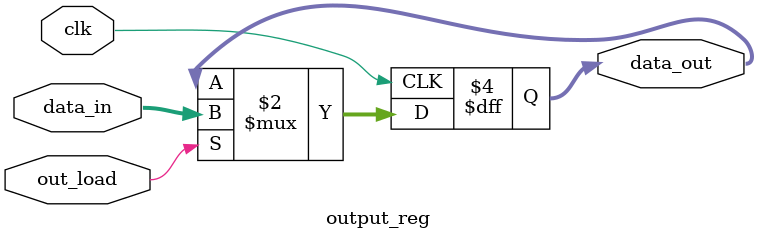
<source format=v>
`timescale 1ns/1ps
module output_reg(
    input clk,
    input [7:0] data_in,
    input out_load,
    output reg [7:0] data_out
);
always @(posedge clk) begin
    if (out_load)
        data_out <= data_in;
end
endmodule
</source>
